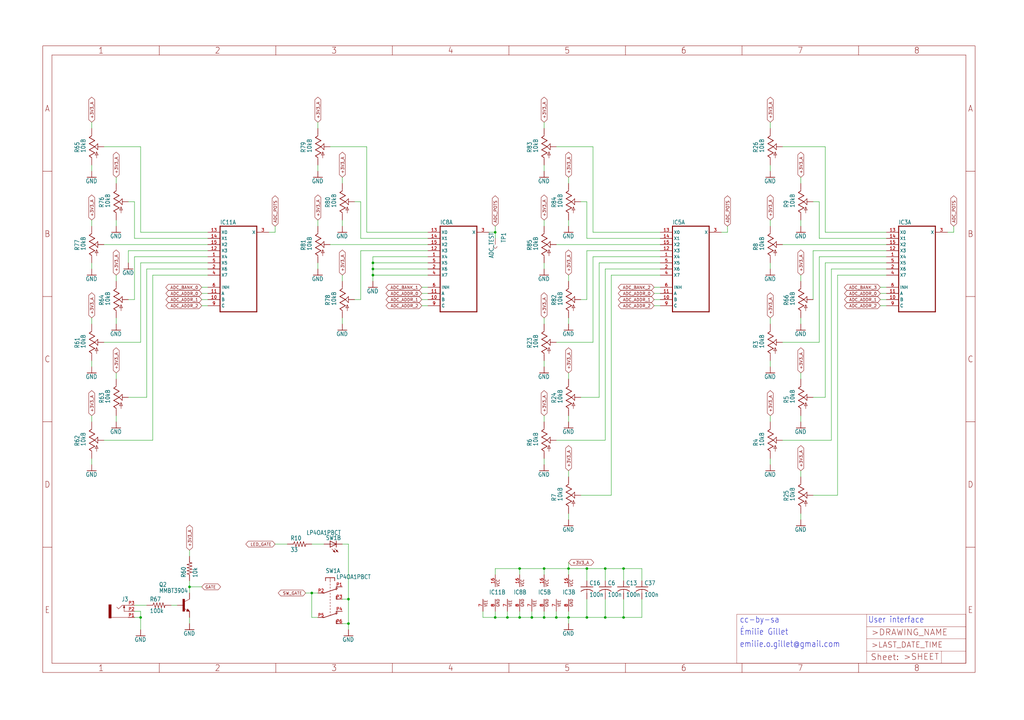
<source format=kicad_sch>
(kicad_sch (version 20230121) (generator eeschema)
  (paper "User" 425.45 299.161)
  (lib_symbols
    (symbol "elements_v02-eagle-import:-NPN-SOT23-BEC"
      (property "Reference" "T" (at -10.16 7.62 0))
      (property "Value" "-NPN-SOT23-BEC" (at -10.16 5.08 0))
      (symbol "-NPN-SOT23-BEC_1_0"
        (pin passive line (at -2.54 0 0) (length 2.54) (name "B") (number "B"))
        (pin passive line (at 2.54 5.08 270) (length 2.54) (name "C") (number "C"))
        (pin passive line (at 2.54 -5.08 90) (length 2.54) (name "E") (number "E"))
      )
    )
    (symbol "elements_v02-eagle-import:4051PW"
      (property "Reference" "IC" (at -2.54 -0.635 0))
      (symbol "4051PW_1_0"
        (pin bidirectional line (at -12.7 5.08 0) (length 5.08) (name "X4") (number "1"))
        (pin input line (at -12.7 -12.7 0) (length 5.08) (name "B") (number "10"))
        (pin input line (at -12.7 -10.16 0) (length 5.08) (name "A") (number "11"))
        (pin bidirectional line (at -12.7 7.62 0) (length 5.08) (name "X3") (number "12"))
        (pin bidirectional line (at -12.7 15.24 0) (length 5.08) (name "X0") (number "13"))
        (pin bidirectional line (at -12.7 12.7 0) (length 5.08) (name "X1") (number "14"))
        (pin bidirectional line (at -12.7 10.16 0) (length 5.08) (name "X2") (number "15"))
        (pin bidirectional line (at -12.7 0 0) (length 5.08) (name "X6") (number "2"))
        (pin bidirectional line (at 12.7 15.24 180) (length 5.08) (name "X") (number "3"))
        (pin bidirectional line (at -12.7 -2.54 0) (length 5.08) (name "X7") (number "4"))
        (pin bidirectional line (at -12.7 2.54 0) (length 5.08) (name "X5") (number "5"))
        (pin input line (at -12.7 -7.62 0) (length 5.08) (name "INH") (number "6"))
        (pin input line (at -12.7 -15.24 0) (length 5.08) (name "C") (number "9"))
      )
      (symbol "4051PW_2_0"
        (text "GND" (at 1.905 -5.842 900) (effects (font (size 1.27 1.0795)) (justify left bottom)))
        (text "VCC" (at 1.905 2.54 900) (effects (font (size 1.27 1.0795)) (justify left bottom)))
        (text "VEE" (at -3.175 -5.842 900) (effects (font (size 1.27 1.0795)) (justify left bottom)))
        (pin power_in line (at 0 7.62 270) (length 5.08) (name "VCC") (number "16"))
        (pin power_in line (at -5.08 -7.62 90) (length 5.08) (name "VEE") (number "7"))
        (pin power_in line (at 0 -7.62 90) (length 5.08) (name "GND") (number "8"))
      )
    )
    (symbol "elements_v02-eagle-import:A3L-LOC"
      (symbol "A3L-LOC_0_0"
        (text "1" (at 24.2094 1.905 0) (effects (font (size 2.54 2.286))))
        (text "1" (at 24.2094 258.445 0) (effects (font (size 2.54 2.286))))
        (text "2" (at 72.6281 1.905 0) (effects (font (size 2.54 2.286))))
        (text "2" (at 72.6281 258.445 0) (effects (font (size 2.54 2.286))))
        (text "3" (at 121.0469 1.905 0) (effects (font (size 2.54 2.286))))
        (text "3" (at 121.0469 258.445 0) (effects (font (size 2.54 2.286))))
        (text "4" (at 169.4656 1.905 0) (effects (font (size 2.54 2.286))))
        (text "4" (at 169.4656 258.445 0) (effects (font (size 2.54 2.286))))
        (text "5" (at 217.8844 1.905 0) (effects (font (size 2.54 2.286))))
        (text "5" (at 217.8844 258.445 0) (effects (font (size 2.54 2.286))))
        (text "6" (at 266.3031 1.905 0) (effects (font (size 2.54 2.286))))
        (text "6" (at 266.3031 258.445 0) (effects (font (size 2.54 2.286))))
        (text "7" (at 314.7219 1.905 0) (effects (font (size 2.54 2.286))))
        (text "7" (at 314.7219 258.445 0) (effects (font (size 2.54 2.286))))
        (text "8" (at 363.1406 1.905 0) (effects (font (size 2.54 2.286))))
        (text "8" (at 363.1406 258.445 0) (effects (font (size 2.54 2.286))))
        (text "A" (at 1.905 234.315 0) (effects (font (size 2.54 2.286))))
        (text "A" (at 385.445 234.315 0) (effects (font (size 2.54 2.286))))
        (text "B" (at 1.905 182.245 0) (effects (font (size 2.54 2.286))))
        (text "B" (at 385.445 182.245 0) (effects (font (size 2.54 2.286))))
        (text "C" (at 1.905 130.175 0) (effects (font (size 2.54 2.286))))
        (text "C" (at 385.445 130.175 0) (effects (font (size 2.54 2.286))))
        (text "D" (at 1.905 78.105 0) (effects (font (size 2.54 2.286))))
        (text "D" (at 385.445 78.105 0) (effects (font (size 2.54 2.286))))
        (text "E" (at 1.905 26.035 0) (effects (font (size 2.54 2.286))))
        (text "E" (at 385.445 26.035 0) (effects (font (size 2.54 2.286))))
      )
      (symbol "A3L-LOC_1_0"
        (text ">DRAWING_NAME" (at 344.17 15.24 0) (effects (font (size 2.54 2.54)) (justify left bottom)))
        (text ">LAST_DATE_TIME" (at 344.17 10.16 0) (effects (font (size 2.286 2.286)) (justify left bottom)))
        (text ">SHEET" (at 357.505 5.08 0) (effects (font (size 2.54 2.54)) (justify left bottom)))
        (text "Sheet:" (at 343.916 4.953 0) (effects (font (size 2.54 2.54)) (justify left bottom)))
      )
    )
    (symbol "elements_v02-eagle-import:C-USC0603"
      (property "Reference" "C" (at 1.016 0.635 0))
      (property "Value" "C-USC0603" (at 1.016 -4.191 0))
      (symbol "C-USC0603_1_0"
        (pin passive line (at 0 2.54 270) (length 2.54) (name "1") (number "1"))
        (pin passive line (at 0 -5.08 90) (length 2.54) (name "2") (number "2"))
      )
    )
    (symbol "elements_v02-eagle-import:GND" (power)
      (property "Value" "GND" (at -2.54 -2.54 0))
      (symbol "GND_1_0"
        (pin power_in line (at 0 2.54 270) (length 2.54) (name "GND") (number "1"))
      )
    )
    (symbol "elements_v02-eagle-import:LP4OA1PBCT"
      (property "Reference" "SW" (at 3.556 -2.032 90))
      (property "Value" "LP4OA1PBCT" (at 5.715 -2.032 90))
      (symbol "LP4OA1PBCT_1_0"
        (pin passive line (at -2.54 5.08 270) (length 2.54) (name "A1") (number "P1"))
        (pin passive line (at 0 -5.08 90) (length 2.54) (name "A2") (number "P2"))
        (pin passive line (at 2.54 5.08 270) (length 2.54) (name "A3") (number "P3"))
        (pin passive line (at 7.62 5.08 270) (length 2.54) (name "B1") (number "P4"))
        (pin passive line (at 10.16 -5.08 90) (length 2.54) (name "B2") (number "P5"))
        (pin passive line (at 12.7 5.08 270) (length 2.54) (name "B3") (number "P6"))
      )
      (symbol "LP4OA1PBCT_2_0"
        (pin passive line (at 0 5.08 270) (length 2.54) (name "L1") (number "L1"))
        (pin passive line (at 0 -2.54 90) (length 2.54) (name "L2") (number "L2"))
      )
    )
    (symbol "elements_v02-eagle-import:PJ301_THONKICONN6"
      (property "Reference" "J" (at -2.54 4.064 0))
      (symbol "PJ301_THONKICONN6_1_0"
        (pin passive line (at -5.08 -2.54 0) (length 2.54) (name "1") (number "P1"))
        (pin passive line (at -5.08 0 0) (length 2.54) (name "2") (number "P2"))
        (pin passive line (at -5.08 2.54 0) (length 2.54) (name "3") (number "P3"))
      )
    )
    (symbol "elements_v02-eagle-import:POT_USVERTICAL"
      (property "Reference" "R" (at -5.08 -2.54 90))
      (property "Value" "POT_USVERTICAL" (at -2.54 -2.54 90))
      (symbol "POT_USVERTICAL_1_0"
        (pin passive line (at 0 7.62 270) (length 2.54) (name "E") (number "P$1"))
        (pin passive line (at 5.08 0 180) (length 2.54) (name "S") (number "P$2"))
        (pin passive line (at 0 -7.62 90) (length 2.54) (name "A") (number "P$3"))
      )
    )
    (symbol "elements_v02-eagle-import:POT_USVERTICAL_PS"
      (property "Reference" "R" (at -5.08 -2.54 90))
      (property "Value" "POT_USVERTICAL_PS" (at -2.54 -2.54 90))
      (symbol "POT_USVERTICAL_PS_1_0"
        (pin passive line (at 0 7.62 270) (length 2.54) (name "E") (number "P$1"))
        (pin passive line (at 5.08 0 180) (length 2.54) (name "S") (number "P$2"))
        (pin passive line (at 0 -7.62 90) (length 2.54) (name "A") (number "P$3"))
      )
    )
    (symbol "elements_v02-eagle-import:R-US_R0603"
      (property "Reference" "R" (at -3.81 1.4986 0))
      (property "Value" "R-US_R0603" (at -3.81 -3.302 0))
      (symbol "R-US_R0603_1_0"
        (pin passive line (at -5.08 0 0) (length 2.54) (name "1") (number "1"))
        (pin passive line (at 5.08 0 180) (length 2.54) (name "2") (number "2"))
      )
    )
    (symbol "elements_v02-eagle-import:TEST-POINT3"
      (property "Reference" "TP" (at -2.54 2.54 0))
      (property "Value" "TEST-POINT3" (at -2.54 -2.54 0))
      (symbol "TEST-POINT3_1_0"
        (pin bidirectional line (at 0 0 180) (length 0) (name "1") (number "P$1"))
      )
    )
  )
  (junction (at 144.78 259.08))
  (junction (at 243.84 236.22))
  (junction (at 236.22 236.22))
  (junction (at 144.78 248.92))
  (junction (at 205.74 256.54))
  (junction (at 236.22 256.54))
  (junction (at 78.74 243.84))
  (junction (at 129.54 246.38))
  (junction (at 215.9 256.54))
  (junction (at 210.82 256.54))
  (junction (at 215.9 236.22))
  (junction (at 251.46 256.54))
  (junction (at 154.94 111.76))
  (junction (at 220.98 256.54))
  (junction (at 154.94 114.3))
  (junction (at 259.08 236.22))
  (junction (at 58.42 256.54))
  (junction (at 251.46 236.22))
  (junction (at 231.14 256.54))
  (junction (at 154.94 109.22))
  (junction (at 205.74 96.52))
  (junction (at 226.06 236.22))
  (junction (at 243.84 256.54))
  (junction (at 259.08 256.54))
  (junction (at 226.06 256.54))
  (wire (pts (xy 345.44 111.76) (xy 368.3 111.76)))
  (wire (pts (xy 325.12 182.88) (xy 345.44 182.88)))
  (wire (pts (xy 231.14 60.96) (xy 246.38 60.96)))
  (wire (pts (xy 132.08 109.22) (xy 132.08 111.76)))
  (wire (pts (xy 236.22 91.44) (xy 236.22 93.98)))
  (wire (pts (xy 43.18 142.24) (xy 58.42 142.24)))
  (wire (pts (xy 142.24 132.08) (xy 142.24 134.62)))
  (wire (pts (xy 60.96 111.76) (xy 86.36 111.76)))
  (wire (pts (xy 48.26 172.72) (xy 48.26 175.26)))
  (wire (pts (xy 236.22 132.08) (xy 236.22 134.62)))
  (wire (pts (xy 129.54 256.54) (xy 129.54 246.38)))
  (wire (pts (xy 342.9 60.96) (xy 342.9 96.52)))
  (wire (pts (xy 78.74 243.84) (xy 78.74 241.3)))
  (wire (pts (xy 368.3 121.92) (xy 365.76 121.92)))
  (wire (pts (xy 320.04 175.26) (xy 320.04 172.72)))
  (wire (pts (xy 220.98 254) (xy 220.98 256.54)))
  (wire (pts (xy 205.74 96.52) (xy 205.74 99.06)))
  (wire (pts (xy 147.32 124.46) (xy 149.86 124.46)))
  (wire (pts (xy 48.26 76.2) (xy 48.26 73.66)))
  (wire (pts (xy 274.32 119.38) (xy 271.78 119.38)))
  (wire (pts (xy 342.9 109.22) (xy 368.3 109.22)))
  (wire (pts (xy 142.24 259.08) (xy 144.78 259.08)))
  (wire (pts (xy 226.06 53.34) (xy 226.06 50.8)))
  (wire (pts (xy 48.26 132.08) (xy 48.26 134.62)))
  (wire (pts (xy 154.94 109.22) (xy 154.94 111.76)))
  (wire (pts (xy 236.22 236.22) (xy 236.22 233.68)))
  (wire (pts (xy 200.66 254) (xy 200.66 256.54)))
  (wire (pts (xy 53.34 104.14) (xy 53.34 109.22)))
  (wire (pts (xy 119.38 226.06) (xy 114.3 226.06)))
  (wire (pts (xy 78.74 246.38) (xy 78.74 243.84)))
  (wire (pts (xy 332.74 157.48) (xy 332.74 154.94)))
  (wire (pts (xy 58.42 60.96) (xy 58.42 96.52)))
  (wire (pts (xy 236.22 116.84) (xy 236.22 114.3)))
  (wire (pts (xy 246.38 142.24) (xy 246.38 106.68)))
  (wire (pts (xy 205.74 238.76) (xy 205.74 236.22)))
  (wire (pts (xy 320.04 93.98) (xy 320.04 91.44)))
  (wire (pts (xy 337.82 165.1) (xy 342.9 165.1)))
  (wire (pts (xy 154.94 114.3) (xy 154.94 116.84)))
  (wire (pts (xy 231.14 256.54) (xy 236.22 256.54)))
  (wire (pts (xy 215.9 254) (xy 215.9 256.54)))
  (wire (pts (xy 132.08 246.38) (xy 129.54 246.38)))
  (wire (pts (xy 320.04 109.22) (xy 320.04 111.76)))
  (wire (pts (xy 231.14 142.24) (xy 246.38 142.24)))
  (wire (pts (xy 226.06 149.86) (xy 226.06 152.4)))
  (wire (pts (xy 320.04 53.34) (xy 320.04 50.8)))
  (wire (pts (xy 177.8 121.92) (xy 175.26 121.92)))
  (wire (pts (xy 149.86 124.46) (xy 149.86 104.14)))
  (wire (pts (xy 205.74 236.22) (xy 215.9 236.22)))
  (wire (pts (xy 60.96 165.1) (xy 60.96 111.76)))
  (wire (pts (xy 142.24 116.84) (xy 142.24 114.3)))
  (wire (pts (xy 332.74 91.44) (xy 332.74 93.98)))
  (wire (pts (xy 236.22 254) (xy 236.22 256.54)))
  (wire (pts (xy 177.8 111.76) (xy 154.94 111.76)))
  (wire (pts (xy 114.3 96.52) (xy 114.3 93.98)))
  (wire (pts (xy 226.06 68.58) (xy 226.06 71.12)))
  (wire (pts (xy 55.88 254) (xy 58.42 254)))
  (wire (pts (xy 332.74 116.84) (xy 332.74 114.3)))
  (wire (pts (xy 154.94 111.76) (xy 154.94 114.3)))
  (wire (pts (xy 266.7 241.3) (xy 266.7 236.22)))
  (wire (pts (xy 246.38 60.96) (xy 246.38 96.52)))
  (wire (pts (xy 53.34 165.1) (xy 60.96 165.1)))
  (wire (pts (xy 132.08 93.98) (xy 132.08 91.44)))
  (wire (pts (xy 58.42 256.54) (xy 58.42 261.62)))
  (wire (pts (xy 259.08 256.54) (xy 266.7 256.54)))
  (wire (pts (xy 53.34 83.82) (xy 55.88 83.82)))
  (wire (pts (xy 86.36 119.38) (xy 83.82 119.38)))
  (wire (pts (xy 177.8 106.68) (xy 154.94 106.68)))
  (wire (pts (xy 71.12 251.46) (xy 73.66 251.46)))
  (wire (pts (xy 368.3 124.46) (xy 365.76 124.46)))
  (wire (pts (xy 144.78 259.08) (xy 144.78 261.62)))
  (wire (pts (xy 177.8 109.22) (xy 154.94 109.22)))
  (wire (pts (xy 248.92 165.1) (xy 248.92 109.22)))
  (wire (pts (xy 236.22 76.2) (xy 236.22 73.66)))
  (wire (pts (xy 205.74 96.52) (xy 205.74 93.98)))
  (wire (pts (xy 177.8 119.38) (xy 175.26 119.38)))
  (wire (pts (xy 226.06 190.5) (xy 226.06 193.04)))
  (wire (pts (xy 226.06 236.22) (xy 236.22 236.22)))
  (wire (pts (xy 38.1 93.98) (xy 38.1 91.44)))
  (wire (pts (xy 243.84 241.3) (xy 243.84 236.22)))
  (wire (pts (xy 86.36 104.14) (xy 53.34 104.14)))
  (wire (pts (xy 332.74 132.08) (xy 332.74 134.62)))
  (wire (pts (xy 43.18 101.6) (xy 86.36 101.6)))
  (wire (pts (xy 226.06 109.22) (xy 226.06 111.76)))
  (wire (pts (xy 251.46 241.3) (xy 251.46 236.22)))
  (wire (pts (xy 345.44 182.88) (xy 345.44 111.76)))
  (wire (pts (xy 302.26 96.52) (xy 302.26 93.98)))
  (wire (pts (xy 48.26 116.84) (xy 48.26 114.3)))
  (wire (pts (xy 241.3 124.46) (xy 243.84 124.46)))
  (wire (pts (xy 58.42 96.52) (xy 86.36 96.52)))
  (wire (pts (xy 236.22 157.48) (xy 236.22 154.94)))
  (wire (pts (xy 274.32 121.92) (xy 271.78 121.92)))
  (wire (pts (xy 243.84 99.06) (xy 274.32 99.06)))
  (wire (pts (xy 78.74 231.14) (xy 78.74 228.6)))
  (wire (pts (xy 340.36 99.06) (xy 368.3 99.06)))
  (wire (pts (xy 340.36 83.82) (xy 340.36 99.06)))
  (wire (pts (xy 274.32 124.46) (xy 271.78 124.46)))
  (wire (pts (xy 337.82 83.82) (xy 340.36 83.82)))
  (wire (pts (xy 226.06 254) (xy 226.06 256.54)))
  (wire (pts (xy 38.1 109.22) (xy 38.1 111.76)))
  (wire (pts (xy 144.78 248.92) (xy 144.78 259.08)))
  (wire (pts (xy 38.1 53.34) (xy 38.1 50.8)))
  (wire (pts (xy 259.08 236.22) (xy 266.7 236.22)))
  (wire (pts (xy 38.1 134.62) (xy 38.1 132.08)))
  (wire (pts (xy 43.18 182.88) (xy 63.5 182.88)))
  (wire (pts (xy 55.88 124.46) (xy 55.88 106.68)))
  (wire (pts (xy 251.46 236.22) (xy 259.08 236.22)))
  (wire (pts (xy 203.2 96.52) (xy 205.74 96.52)))
  (wire (pts (xy 236.22 238.76) (xy 236.22 236.22)))
  (wire (pts (xy 243.84 236.22) (xy 251.46 236.22)))
  (wire (pts (xy 393.7 96.52) (xy 396.24 96.52)))
  (wire (pts (xy 137.16 60.96) (xy 152.4 60.96)))
  (wire (pts (xy 236.22 198.12) (xy 236.22 195.58)))
  (wire (pts (xy 129.54 246.38) (xy 127 246.38)))
  (wire (pts (xy 368.3 127) (xy 365.76 127)))
  (wire (pts (xy 246.38 96.52) (xy 274.32 96.52)))
  (wire (pts (xy 259.08 248.92) (xy 259.08 256.54)))
  (wire (pts (xy 332.74 198.12) (xy 332.74 195.58)))
  (wire (pts (xy 55.88 83.82) (xy 55.88 99.06)))
  (wire (pts (xy 231.14 182.88) (xy 251.46 182.88)))
  (wire (pts (xy 142.24 76.2) (xy 142.24 73.66)))
  (wire (pts (xy 243.84 256.54) (xy 251.46 256.54)))
  (wire (pts (xy 243.84 124.46) (xy 243.84 104.14)))
  (wire (pts (xy 251.46 256.54) (xy 259.08 256.54)))
  (wire (pts (xy 58.42 142.24) (xy 58.42 109.22)))
  (wire (pts (xy 226.06 134.62) (xy 226.06 132.08)))
  (wire (pts (xy 58.42 109.22) (xy 86.36 109.22)))
  (wire (pts (xy 332.74 172.72) (xy 332.74 175.26)))
  (wire (pts (xy 337.82 205.74) (xy 347.98 205.74)))
  (wire (pts (xy 205.74 254) (xy 205.74 256.54)))
  (wire (pts (xy 236.22 172.72) (xy 236.22 175.26)))
  (wire (pts (xy 200.66 256.54) (xy 205.74 256.54)))
  (wire (pts (xy 236.22 256.54) (xy 243.84 256.54)))
  (wire (pts (xy 320.04 149.86) (xy 320.04 152.4)))
  (wire (pts (xy 246.38 106.68) (xy 274.32 106.68)))
  (wire (pts (xy 38.1 190.5) (xy 38.1 193.04)))
  (wire (pts (xy 243.84 248.92) (xy 243.84 256.54)))
  (wire (pts (xy 337.82 104.14) (xy 368.3 104.14)))
  (wire (pts (xy 254 114.3) (xy 274.32 114.3)))
  (wire (pts (xy 142.24 91.44) (xy 142.24 93.98)))
  (wire (pts (xy 152.4 96.52) (xy 177.8 96.52)))
  (wire (pts (xy 154.94 106.68) (xy 154.94 109.22)))
  (wire (pts (xy 137.16 101.6) (xy 177.8 101.6)))
  (wire (pts (xy 226.06 175.26) (xy 226.06 172.72)))
  (wire (pts (xy 149.86 99.06) (xy 177.8 99.06)))
  (wire (pts (xy 299.72 96.52) (xy 302.26 96.52)))
  (wire (pts (xy 340.36 106.68) (xy 368.3 106.68)))
  (wire (pts (xy 63.5 114.3) (xy 86.36 114.3)))
  (wire (pts (xy 241.3 83.82) (xy 243.84 83.82)))
  (wire (pts (xy 132.08 53.34) (xy 132.08 50.8)))
  (wire (pts (xy 55.88 256.54) (xy 58.42 256.54)))
  (wire (pts (xy 332.74 76.2) (xy 332.74 73.66)))
  (wire (pts (xy 38.1 149.86) (xy 38.1 152.4)))
  (wire (pts (xy 332.74 213.36) (xy 332.74 215.9)))
  (wire (pts (xy 243.84 104.14) (xy 274.32 104.14)))
  (wire (pts (xy 53.34 124.46) (xy 55.88 124.46)))
  (wire (pts (xy 38.1 68.58) (xy 38.1 71.12)))
  (wire (pts (xy 132.08 68.58) (xy 132.08 71.12)))
  (wire (pts (xy 347.98 205.74) (xy 347.98 114.3)))
  (wire (pts (xy 60.96 251.46) (xy 55.88 251.46)))
  (wire (pts (xy 132.08 256.54) (xy 129.54 256.54)))
  (wire (pts (xy 55.88 99.06) (xy 86.36 99.06)))
  (wire (pts (xy 215.9 236.22) (xy 226.06 236.22)))
  (wire (pts (xy 58.42 254) (xy 58.42 256.54)))
  (wire (pts (xy 226.06 93.98) (xy 226.06 91.44)))
  (wire (pts (xy 243.84 83.82) (xy 243.84 99.06)))
  (wire (pts (xy 325.12 142.24) (xy 340.36 142.24)))
  (wire (pts (xy 210.82 254) (xy 210.82 256.54)))
  (wire (pts (xy 231.14 101.6) (xy 274.32 101.6)))
  (wire (pts (xy 78.74 256.54) (xy 78.74 259.08)))
  (wire (pts (xy 149.86 104.14) (xy 177.8 104.14)))
  (wire (pts (xy 241.3 205.74) (xy 254 205.74)))
  (wire (pts (xy 251.46 111.76) (xy 274.32 111.76)))
  (wire (pts (xy 86.36 124.46) (xy 83.82 124.46)))
  (wire (pts (xy 337.82 124.46) (xy 337.82 104.14)))
  (wire (pts (xy 63.5 182.88) (xy 63.5 114.3)))
  (wire (pts (xy 43.18 60.96) (xy 58.42 60.96)))
  (wire (pts (xy 149.86 83.82) (xy 149.86 99.06)))
  (wire (pts (xy 144.78 226.06) (xy 144.78 248.92)))
  (wire (pts (xy 342.9 165.1) (xy 342.9 109.22)))
  (wire (pts (xy 320.04 68.58) (xy 320.04 71.12)))
  (wire (pts (xy 78.74 243.84) (xy 83.82 243.84)))
  (wire (pts (xy 259.08 241.3) (xy 259.08 236.22)))
  (wire (pts (xy 251.46 182.88) (xy 251.46 111.76)))
  (wire (pts (xy 368.3 119.38) (xy 365.76 119.38)))
  (wire (pts (xy 86.36 127) (xy 83.82 127)))
  (wire (pts (xy 220.98 256.54) (xy 226.06 256.54)))
  (wire (pts (xy 236.22 236.22) (xy 243.84 236.22)))
  (wire (pts (xy 142.24 226.06) (xy 144.78 226.06)))
  (wire (pts (xy 177.8 124.46) (xy 175.26 124.46)))
  (wire (pts (xy 236.22 213.36) (xy 236.22 215.9)))
  (wire (pts (xy 86.36 121.92) (xy 83.82 121.92)))
  (wire (pts (xy 147.32 83.82) (xy 149.86 83.82)))
  (wire (pts (xy 38.1 175.26) (xy 38.1 172.72)))
  (wire (pts (xy 111.76 96.52) (xy 114.3 96.52)))
  (wire (pts (xy 266.7 248.92) (xy 266.7 256.54)))
  (wire (pts (xy 236.22 256.54) (xy 236.22 259.08)))
  (wire (pts (xy 248.92 109.22) (xy 274.32 109.22)))
  (wire (pts (xy 320.04 134.62) (xy 320.04 132.08)))
  (wire (pts (xy 254 205.74) (xy 254 114.3)))
  (wire (pts (xy 210.82 256.54) (xy 215.9 256.54)))
  (wire (pts (xy 396.24 96.52) (xy 396.24 93.98)))
  (wire (pts (xy 215.9 238.76) (xy 215.9 236.22)))
  (wire (pts (xy 325.12 60.96) (xy 342.9 60.96)))
  (wire (pts (xy 142.24 248.92) (xy 144.78 248.92)))
  (wire (pts (xy 231.14 254) (xy 231.14 256.54)))
  (wire (pts (xy 55.88 106.68) (xy 86.36 106.68)))
  (wire (pts (xy 48.26 157.48) (xy 48.26 154.94)))
  (wire (pts (xy 320.04 190.5) (xy 320.04 193.04)))
  (wire (pts (xy 342.9 96.52) (xy 368.3 96.52)))
  (wire (pts (xy 226.06 256.54) (xy 231.14 256.54)))
  (wire (pts (xy 226.06 238.76) (xy 226.06 236.22)))
  (wire (pts (xy 241.3 165.1) (xy 248.92 165.1)))
  (wire (pts (xy 274.32 127) (xy 271.78 127)))
  (wire (pts (xy 251.46 248.92) (xy 251.46 256.54)))
  (wire (pts (xy 325.12 101.6) (xy 368.3 101.6)))
  (wire (pts (xy 215.9 256.54) (xy 220.98 256.54)))
  (wire (pts (xy 347.98 114.3) (xy 368.3 114.3)))
  (wire (pts (xy 48.26 91.44) (xy 48.26 93.98)))
  (wire (pts (xy 152.4 60.96) (xy 152.4 96.52)))
  (wire (pts (xy 205.74 256.54) (xy 210.82 256.54)))
  (wire (pts (xy 340.36 142.24) (xy 340.36 106.68)))
  (wire (pts (xy 177.8 114.3) (xy 154.94 114.3)))
  (wire (pts (xy 129.54 226.06) (xy 134.62 226.06)))
  (wire (pts (xy 177.8 127) (xy 175.26 127)))
  (text "User interface" (at 360.68 259.08 0) (effects (font (size 2.54 2.159)) (justify left bottom)))
  (text "cc-by-sa" (at 307.34 259.08 0) (effects (font (size 2.54 2.159)) (justify left bottom)))
  (text "emilie.o.gillet@gmail.com" (at 307.34 269.24 0) (effects (font (size 2.54 2.159)) (justify left bottom)))
  (text "Émilie Gillet" (at 307.34 264.16 0) (effects (font (size 2.54 2.159)) (justify left bottom)))
  (global_label "ADC_ADDR_0" (shape bidirectional) (at 83.82 121.92 180) (effects (font (size 1.2446 1.2446))) (property "Intersheetrefs" "${INTERSHEET_REFS}" (effects hide)))
  (global_label "ADC_ADDR_0" (shape bidirectional) (at 175.26 121.92 180) (effects (font (size 1.2446 1.2446))) (property "Intersheetrefs" "${INTERSHEET_REFS}" (effects hide)))
  (global_label "+3V3_A" (shape bidirectional) (at 226.06 172.72 90) (effects (font (size 1.2446 1.2446))) (property "Intersheetrefs" "${INTERSHEET_REFS}" (effects hide)))
  (global_label "+3V3_A" (shape bidirectional) (at 48.26 154.94 90) (effects (font (size 1.2446 1.2446))) (property "Intersheetrefs" "${INTERSHEET_REFS}" (effects hide)))
  (global_label "+3V3_A" (shape bidirectional) (at 320.04 50.8 90) (effects (font (size 1.2446 1.2446))) (property "Intersheetrefs" "${INTERSHEET_REFS}" (effects hide)))
  (global_label "+3V3_A" (shape bidirectional) (at 38.1 132.08 90) (effects (font (size 1.2446 1.2446))) (property "Intersheetrefs" "${INTERSHEET_REFS}" (effects hide)))
  (global_label "GATE" (shape bidirectional) (at 83.82 243.84 0) (effects (font (size 1.2446 1.2446))) (property "Intersheetrefs" "${INTERSHEET_REFS}" (effects hide)))
  (global_label "ADC_ADDR_2" (shape bidirectional) (at 365.76 127 180) (effects (font (size 1.2446 1.2446))) (property "Intersheetrefs" "${INTERSHEET_REFS}" (effects hide)))
  (global_label "+3V3_A" (shape bidirectional) (at 38.1 50.8 90) (effects (font (size 1.2446 1.2446))) (property "Intersheetrefs" "${INTERSHEET_REFS}" (effects hide)))
  (global_label "ADC_ADDR_1" (shape bidirectional) (at 83.82 124.46 180) (effects (font (size 1.2446 1.2446))) (property "Intersheetrefs" "${INTERSHEET_REFS}" (effects hide)))
  (global_label "+3V3_A" (shape bidirectional) (at 38.1 91.44 90) (effects (font (size 1.2446 1.2446))) (property "Intersheetrefs" "${INTERSHEET_REFS}" (effects hide)))
  (global_label "+3V3_A" (shape bidirectional) (at 236.22 154.94 90) (effects (font (size 1.2446 1.2446))) (property "Intersheetrefs" "${INTERSHEET_REFS}" (effects hide)))
  (global_label "+3V3_A" (shape bidirectional) (at 142.24 73.66 90) (effects (font (size 1.2446 1.2446))) (property "Intersheetrefs" "${INTERSHEET_REFS}" (effects hide)))
  (global_label "+3V3_A" (shape bidirectional) (at 48.26 73.66 90) (effects (font (size 1.2446 1.2446))) (property "Intersheetrefs" "${INTERSHEET_REFS}" (effects hide)))
  (global_label "+3V3_A" (shape bidirectional) (at 142.24 114.3 90) (effects (font (size 1.2446 1.2446))) (property "Intersheetrefs" "${INTERSHEET_REFS}" (effects hide)))
  (global_label "ADC_ADDR_1" (shape bidirectional) (at 365.76 124.46 180) (effects (font (size 1.2446 1.2446))) (property "Intersheetrefs" "${INTERSHEET_REFS}" (effects hide)))
  (global_label "ADC_BANK_1" (shape bidirectional) (at 175.26 119.38 180) (effects (font (size 1.2446 1.2446))) (property "Intersheetrefs" "${INTERSHEET_REFS}" (effects hide)))
  (global_label "ADC_ADDR_0" (shape bidirectional) (at 365.76 121.92 180) (effects (font (size 1.2446 1.2446))) (property "Intersheetrefs" "${INTERSHEET_REFS}" (effects hide)))
  (global_label "+3V3_A" (shape bidirectional) (at 226.06 91.44 90) (effects (font (size 1.2446 1.2446))) (property "Intersheetrefs" "${INTERSHEET_REFS}" (effects hide)))
  (global_label "ADC_ADDR_2" (shape bidirectional) (at 175.26 127 180) (effects (font (size 1.2446 1.2446))) (property "Intersheetrefs" "${INTERSHEET_REFS}" (effects hide)))
  (global_label "+3V3_A" (shape bidirectional) (at 236.22 233.68 0) (effects (font (size 1.2446 1.2446))) (property "Intersheetrefs" "${INTERSHEET_REFS}" (effects hide)))
  (global_label "+3V3_A" (shape bidirectional) (at 78.74 228.6 90) (effects (font (size 1.2446 1.2446))) (property "Intersheetrefs" "${INTERSHEET_REFS}" (effects hide)))
  (global_label "+3V3_A" (shape bidirectional) (at 320.04 91.44 90) (effects (font (size 1.2446 1.2446))) (property "Intersheetrefs" "${INTERSHEET_REFS}" (effects hide)))
  (global_label "+3V3_A" (shape bidirectional) (at 236.22 73.66 90) (effects (font (size 1.2446 1.2446))) (property "Intersheetrefs" "${INTERSHEET_REFS}" (effects hide)))
  (global_label "ADC_POTS" (shape bidirectional) (at 396.24 93.98 90) (effects (font (size 1.2446 1.2446))) (property "Intersheetrefs" "${INTERSHEET_REFS}" (effects hide)))
  (global_label "+3V3_A" (shape bidirectional) (at 132.08 91.44 90) (effects (font (size 1.2446 1.2446))) (property "Intersheetrefs" "${INTERSHEET_REFS}" (effects hide)))
  (global_label "+3V3_A" (shape bidirectional) (at 332.74 154.94 90) (effects (font (size 1.2446 1.2446))) (property "Intersheetrefs" "${INTERSHEET_REFS}" (effects hide)))
  (global_label "ADC_POTS" (shape bidirectional) (at 302.26 93.98 90) (effects (font (size 1.2446 1.2446))) (property "Intersheetrefs" "${INTERSHEET_REFS}" (effects hide)))
  (global_label "ADC_POTS" (shape bidirectional) (at 114.3 93.98 90) (effects (font (size 1.2446 1.2446))) (property "Intersheetrefs" "${INTERSHEET_REFS}" (effects hide)))
  (global_label "+3V3_A" (shape bidirectional) (at 48.26 114.3 90) (effects (font (size 1.2446 1.2446))) (property "Intersheetrefs" "${INTERSHEET_REFS}" (effects hide)))
  (global_label "+3V3_A" (shape bidirectional) (at 38.1 172.72 90) (effects (font (size 1.2446 1.2446))) (property "Intersheetrefs" "${INTERSHEET_REFS}" (effects hide)))
  (global_label "+3V3_A" (shape bidirectional) (at 320.04 132.08 90) (effects (font (size 1.2446 1.2446))) (property "Intersheetrefs" "${INTERSHEET_REFS}" (effects hide)))
  (global_label "+3V3_A" (shape bidirectional) (at 226.06 50.8 90) (effects (font (size 1.2446 1.2446))) (property "Intersheetrefs" "${INTERSHEET_REFS}" (effects hide)))
  (global_label "ADC_ADDR_1" (shape bidirectional) (at 175.26 124.46 180) (effects (font (size 1.2446 1.2446))) (property "Intersheetrefs" "${INTERSHEET_REFS}" (effects hide)))
  (global_label "+3V3_A" (shape bidirectional) (at 132.08 50.8 90) (effects (font (size 1.2446 1.2446))) (property "Intersheetrefs" "${INTERSHEET_REFS}" (effects hide)))
  (global_label "+3V3_A" (shape bidirectional) (at 320.04 172.72 90) (effects (font (size 1.2446 1.2446))) (property "Intersheetrefs" "${INTERSHEET_REFS}" (effects hide)))
  (global_label "ADC_BANK_0" (shape bidirectional) (at 83.82 119.38 180) (effects (font (size 1.2446 1.2446))) (property "Intersheetrefs" "${INTERSHEET_REFS}" (effects hide)))
  (global_label "ADC_ADDR_2" (shape bidirectional) (at 271.78 127 180) (effects (font (size 1.2446 1.2446))) (property "Intersheetrefs" "${INTERSHEET_REFS}" (effects hide)))
  (global_label "+3V3_A" (shape bidirectional) (at 226.06 132.08 90) (effects (font (size 1.2446 1.2446))) (property "Intersheetrefs" "${INTERSHEET_REFS}" (effects hide)))
  (global_label "ADC_BANK_2" (shape bidirectional) (at 271.78 119.38 180) (effects (font (size 1.2446 1.2446))) (property "Intersheetrefs" "${INTERSHEET_REFS}" (effects hide)))
  (global_label "ADC_ADDR_2" (shape bidirectional) (at 83.82 127 180) (effects (font (size 1.2446 1.2446))) (property "Intersheetrefs" "${INTERSHEET_REFS}" (effects hide)))
  (global_label "+3V3_A" (shape bidirectional) (at 236.22 195.58 90) (effects (font (size 1.2446 1.2446))) (property "Intersheetrefs" "${INTERSHEET_REFS}" (effects hide)))
  (global_label "ADC_ADDR_1" (shape bidirectional) (at 271.78 124.46 180) (effects (font (size 1.2446 1.2446))) (property "Intersheetrefs" "${INTERSHEET_REFS}" (effects hide)))
  (global_label "ADC_POTS" (shape bidirectional) (at 205.74 93.98 90) (effects (font (size 1.2446 1.2446))) (property "Intersheetrefs" "${INTERSHEET_REFS}" (effects hide)))
  (global_label "+3V3_A" (shape bidirectional) (at 332.74 195.58 90) (effects (font (size 1.2446 1.2446))) (property "Intersheetrefs" "${INTERSHEET_REFS}" (effects hide)))
  (global_label "ADC_ADDR_0" (shape bidirectional) (at 271.78 121.92 180) (effects (font (size 1.2446 1.2446))) (property "Intersheetrefs" "${INTERSHEET_REFS}" (effects hide)))
  (global_label "SW_GATE" (shape bidirectional) (at 127 246.38 180) (effects (font (size 1.2446 1.2446))) (property "Intersheetrefs" "${INTERSHEET_REFS}" (effects hide)))
  (global_label "+3V3_A" (shape bidirectional) (at 332.74 114.3 90) (effects (font (size 1.2446 1.2446))) (property "Intersheetrefs" "${INTERSHEET_REFS}" (effects hide)))
  (global_label "+3V3_A" (shape bidirectional) (at 332.74 73.66 90) (effects (font (size 1.2446 1.2446))) (property "Intersheetrefs" "${INTERSHEET_REFS}" (effects hide)))
  (global_label "ADC_BANK_3" (shape bidirectional) (at 365.76 119.38 180) (effects (font (size 1.2446 1.2446))) (property "Intersheetrefs" "${INTERSHEET_REFS}" (effects hide)))
  (global_label "LED_GATE" (shape bidirectional) (at 114.3 226.06 180) (effects (font (size 1.2446 1.2446))) (property "Intersheetrefs" "${INTERSHEET_REFS}" (effects hide)))
  (global_label "+3V3_A" (shape bidirectional) (at 236.22 114.3 90) (effects (font (size 1.2446 1.2446))) (property "Intersheetrefs" "${INTERSHEET_REFS}" (effects hide)))
  (symbol (lib_id "elements_v02-eagle-import:POT_USVERTICAL_PS") (at 48.26 124.46 0) (unit 1)
    (property "Reference" "R64" (at 43.18 127 90) (effects (font (size 1.778 1.5113)) (justify left bottom)))
    (property "Value" "10kB" (at 45.72 127 90) (effects (font (size 1.778 1.5113)) (justify left bottom)))
    (property "Footprint" "elements_v02:ALPS_POT_VERTICAL_PS" (effects hide))
  )
  (symbol (lib_id "elements_v02-eagle-import:GND") (at 236.22 96.52 0) (unit 1)
    (property "Reference" "#GND85" (effects hide))
    (property "Value" "GND" (at 233.68 99.06 0) (effects (font (size 1.778 1.5113)) (justify left bottom)))
    (property "Footprint" "elements_v02:" (effects hide))
  )
  (symbol (lib_id "elements_v02-eagle-import:POT_USVERTICAL") (at 38.1 101.6 0) (unit 1)
    (property "Reference" "R77" (at 33.02 104.14 90) (effects (font (size 1.778 1.5113)) (justify left bottom)))
    (property "Value" "10kB" (at 35.56 104.14 90) (effects (font (size 1.778 1.5113)) (justify left bottom)))
    (property "Footprint" "elements_v02:ALPS_POT_VERTICAL" (effects hide))
  )
  (symbol (lib_id "elements_v02-eagle-import:GND") (at 320.04 114.3 0) (unit 1)
    (property "Reference" "#GND90" (effects hide))
    (property "Value" "GND" (at 317.5 116.84 0) (effects (font (size 1.778 1.5113)) (justify left bottom)))
    (property "Footprint" "elements_v02:" (effects hide))
  )
  (symbol (lib_id "elements_v02-eagle-import:POT_USVERTICAL_PS") (at 38.1 142.24 0) (unit 1)
    (property "Reference" "R61" (at 33.02 144.78 90) (effects (font (size 1.778 1.5113)) (justify left bottom)))
    (property "Value" "10kB" (at 35.56 144.78 90) (effects (font (size 1.778 1.5113)) (justify left bottom)))
    (property "Footprint" "elements_v02:ALPS_POT_VERTICAL_PS" (effects hide))
  )
  (symbol (lib_id "elements_v02-eagle-import:4051PW") (at 205.74 246.38 0) (unit 2)
    (property "Reference" "IC11" (at 203.2 247.015 0) (effects (font (size 1.778 1.5113)) (justify left bottom)))
    (property "Value" "4051PW" (effects hide))
    (property "Footprint" "elements_v02:TSSOP16" (effects hide))
  )
  (symbol (lib_id "elements_v02-eagle-import:POT_USVERTICAL") (at 226.06 101.6 0) (unit 1)
    (property "Reference" "R85" (at 220.98 104.14 90) (effects (font (size 1.778 1.5113)) (justify left bottom)))
    (property "Value" "10kB" (at 223.52 104.14 90) (effects (font (size 1.778 1.5113)) (justify left bottom)))
    (property "Footprint" "elements_v02:ALPS_POT_VERTICAL" (effects hide))
  )
  (symbol (lib_id "elements_v02-eagle-import:POT_USVERTICAL_PS") (at 332.74 124.46 0) (unit 1)
    (property "Reference" "R66" (at 327.66 127 90) (effects (font (size 1.778 1.5113)) (justify left bottom)))
    (property "Value" "10kB" (at 330.2 127 90) (effects (font (size 1.778 1.5113)) (justify left bottom)))
    (property "Footprint" "elements_v02:ALPS_POT_VERTICAL_PS" (effects hide))
  )
  (symbol (lib_id "elements_v02-eagle-import:POT_USVERTICAL_PS") (at 320.04 101.6 0) (unit 1)
    (property "Reference" "R8" (at 314.96 104.14 90) (effects (font (size 1.778 1.5113)) (justify left bottom)))
    (property "Value" "10kB" (at 317.5 104.14 90) (effects (font (size 1.778 1.5113)) (justify left bottom)))
    (property "Footprint" "elements_v02:ALPS_POT_VERTICAL_PS" (effects hide))
  )
  (symbol (lib_id "elements_v02-eagle-import:C-USC0603") (at 266.7 243.84 0) (unit 1)
    (property "Reference" "C37" (at 267.716 243.205 0) (effects (font (size 1.778 1.5113)) (justify left bottom)))
    (property "Value" "100n" (at 267.716 248.031 0) (effects (font (size 1.778 1.5113)) (justify left bottom)))
    (property "Footprint" "elements_v02:C0603" (effects hide))
  )
  (symbol (lib_id "elements_v02-eagle-import:4051PW") (at 215.9 246.38 0) (unit 2)
    (property "Reference" "IC8" (at 213.36 247.015 0) (effects (font (size 1.778 1.5113)) (justify left bottom)))
    (property "Value" "4051PW" (effects hide))
    (property "Footprint" "elements_v02:TSSOP16" (effects hide))
  )
  (symbol (lib_id "elements_v02-eagle-import:R-US_R0603") (at 66.04 251.46 0) (unit 1)
    (property "Reference" "R67" (at 62.23 249.9614 0) (effects (font (size 1.778 1.5113)) (justify left bottom)))
    (property "Value" "100k" (at 62.23 254.762 0) (effects (font (size 1.778 1.5113)) (justify left bottom)))
    (property "Footprint" "elements_v02:R0603" (effects hide))
  )
  (symbol (lib_id "elements_v02-eagle-import:GND") (at 132.08 73.66 0) (unit 1)
    (property "Reference" "#GND78" (effects hide))
    (property "Value" "GND" (at 129.54 76.2 0) (effects (font (size 1.778 1.5113)) (justify left bottom)))
    (property "Footprint" "elements_v02:" (effects hide))
  )
  (symbol (lib_id "elements_v02-eagle-import:4051PW") (at 190.5 111.76 0) (unit 1)
    (property "Reference" "IC8" (at 182.88 93.345 0) (effects (font (size 1.778 1.5113)) (justify left bottom)))
    (property "Value" "4051PW" (effects hide))
    (property "Footprint" "elements_v02:TSSOP16" (effects hide))
  )
  (symbol (lib_id "elements_v02-eagle-import:GND") (at 58.42 264.16 0) (unit 1)
    (property "Reference" "#GND10" (effects hide))
    (property "Value" "GND" (at 55.88 266.7 0) (effects (font (size 1.778 1.5113)) (justify left bottom)))
    (property "Footprint" "elements_v02:" (effects hide))
  )
  (symbol (lib_id "elements_v02-eagle-import:POT_USVERTICAL_PS") (at 332.74 83.82 0) (unit 1)
    (property "Reference" "R9" (at 327.66 86.36 90) (effects (font (size 1.778 1.5113)) (justify left bottom)))
    (property "Value" "10kB" (at 330.2 86.36 90) (effects (font (size 1.778 1.5113)) (justify left bottom)))
    (property "Footprint" "elements_v02:ALPS_POT_VERTICAL_PS" (effects hide))
  )
  (symbol (lib_id "elements_v02-eagle-import:GND") (at 142.24 137.16 0) (unit 1)
    (property "Reference" "#GND60" (effects hide))
    (property "Value" "GND" (at 139.7 139.7 0) (effects (font (size 1.778 1.5113)) (justify left bottom)))
    (property "Footprint" "elements_v02:" (effects hide))
  )
  (symbol (lib_id "elements_v02-eagle-import:POT_USVERTICAL") (at 142.24 124.46 0) (unit 1)
    (property "Reference" "R78" (at 137.16 127 90) (effects (font (size 1.778 1.5113)) (justify left bottom)))
    (property "Value" "10kB" (at 139.7 127 90) (effects (font (size 1.778 1.5113)) (justify left bottom)))
    (property "Footprint" "elements_v02:ALPS_POT_VERTICAL" (effects hide))
  )
  (symbol (lib_id "elements_v02-eagle-import:GND") (at 154.94 119.38 0) (unit 1)
    (property "Reference" "#GND99" (effects hide))
    (property "Value" "GND" (at 152.4 121.92 0) (effects (font (size 1.778 1.5113)) (justify left bottom)))
    (property "Footprint" "elements_v02:" (effects hide))
  )
  (symbol (lib_id "elements_v02-eagle-import:POT_USVERTICAL_PS") (at 320.04 182.88 0) (unit 1)
    (property "Reference" "R4" (at 314.96 185.42 90) (effects (font (size 1.778 1.5113)) (justify left bottom)))
    (property "Value" "10kB" (at 317.5 185.42 90) (effects (font (size 1.778 1.5113)) (justify left bottom)))
    (property "Footprint" "elements_v02:ALPS_POT_VERTICAL_PS" (effects hide))
  )
  (symbol (lib_id "elements_v02-eagle-import:POT_USVERTICAL") (at 236.22 124.46 0) (unit 1)
    (property "Reference" "R82" (at 231.14 127 90) (effects (font (size 1.778 1.5113)) (justify left bottom)))
    (property "Value" "10kB" (at 233.68 127 90) (effects (font (size 1.778 1.5113)) (justify left bottom)))
    (property "Footprint" "elements_v02:ALPS_POT_VERTICAL" (effects hide))
  )
  (symbol (lib_id "elements_v02-eagle-import:4051PW") (at 226.06 246.38 0) (unit 2)
    (property "Reference" "IC5" (at 223.52 247.015 0) (effects (font (size 1.778 1.5113)) (justify left bottom)))
    (property "Value" "4051PW" (effects hide))
    (property "Footprint" "elements_v02:TSSOP16" (effects hide))
  )
  (symbol (lib_id "elements_v02-eagle-import:GND") (at 38.1 154.94 0) (unit 1)
    (property "Reference" "#GND12" (effects hide))
    (property "Value" "GND" (at 35.56 157.48 0) (effects (font (size 1.778 1.5113)) (justify left bottom)))
    (property "Footprint" "elements_v02:" (effects hide))
  )
  (symbol (lib_id "elements_v02-eagle-import:GND") (at 320.04 154.94 0) (unit 1)
    (property "Reference" "#GND97" (effects hide))
    (property "Value" "GND" (at 317.5 157.48 0) (effects (font (size 1.778 1.5113)) (justify left bottom)))
    (property "Footprint" "elements_v02:" (effects hide))
  )
  (symbol (lib_id "elements_v02-eagle-import:GND") (at 332.74 218.44 0) (unit 1)
    (property "Reference" "#GND96" (effects hide))
    (property "Value" "GND" (at 330.2 220.98 0) (effects (font (size 1.778 1.5113)) (justify left bottom)))
    (property "Footprint" "elements_v02:" (effects hide))
  )
  (symbol (lib_id "elements_v02-eagle-import:GND") (at 48.26 137.16 0) (unit 1)
    (property "Reference" "#GND80" (effects hide))
    (property "Value" "GND" (at 45.72 139.7 0) (effects (font (size 1.778 1.5113)) (justify left bottom)))
    (property "Footprint" "elements_v02:" (effects hide))
  )
  (symbol (lib_id "elements_v02-eagle-import:POT_USVERTICAL_PS") (at 38.1 60.96 0) (unit 1)
    (property "Reference" "R65" (at 33.02 63.5 90) (effects (font (size 1.778 1.5113)) (justify left bottom)))
    (property "Value" "10kB" (at 35.56 63.5 90) (effects (font (size 1.778 1.5113)) (justify left bottom)))
    (property "Footprint" "elements_v02:ALPS_POT_VERTICAL_PS" (effects hide))
  )
  (symbol (lib_id "elements_v02-eagle-import:4051PW") (at 236.22 246.38 0) (unit 2)
    (property "Reference" "IC3" (at 233.68 247.015 0) (effects (font (size 1.778 1.5113)) (justify left bottom)))
    (property "Value" "4051PW" (effects hide))
    (property "Footprint" "elements_v02:TSSOP16" (effects hide))
  )
  (symbol (lib_id "elements_v02-eagle-import:4051PW") (at 99.06 111.76 0) (unit 1)
    (property "Reference" "IC11" (at 91.44 93.345 0) (effects (font (size 1.778 1.5113)) (justify left bottom)))
    (property "Value" "4051PW" (effects hide))
    (property "Footprint" "elements_v02:TSSOP16" (effects hide))
  )
  (symbol (lib_id "elements_v02-eagle-import:GND") (at 38.1 114.3 0) (unit 1)
    (property "Reference" "#GND54" (effects hide))
    (property "Value" "GND" (at 35.56 116.84 0) (effects (font (size 1.778 1.5113)) (justify left bottom)))
    (property "Footprint" "elements_v02:" (effects hide))
  )
  (symbol (lib_id "elements_v02-eagle-import:GND") (at 226.06 114.3 0) (unit 1)
    (property "Reference" "#GND87" (effects hide))
    (property "Value" "GND" (at 223.52 116.84 0) (effects (font (size 1.778 1.5113)) (justify left bottom)))
    (property "Footprint" "elements_v02:" (effects hide))
  )
  (symbol (lib_id "elements_v02-eagle-import:POT_USVERTICAL_PS") (at 320.04 142.24 0) (unit 1)
    (property "Reference" "R3" (at 314.96 144.78 90) (effects (font (size 1.778 1.5113)) (justify left bottom)))
    (property "Value" "10kB" (at 317.5 144.78 90) (effects (font (size 1.778 1.5113)) (justify left bottom)))
    (property "Footprint" "elements_v02:ALPS_POT_VERTICAL_PS" (effects hide))
  )
  (symbol (lib_id "elements_v02-eagle-import:POT_USVERTICAL_PS") (at 320.04 60.96 0) (unit 1)
    (property "Reference" "R26" (at 314.96 63.5 90) (effects (font (size 1.778 1.5113)) (justify left bottom)))
    (property "Value" "10kB" (at 317.5 63.5 90) (effects (font (size 1.778 1.5113)) (justify left bottom)))
    (property "Footprint" "elements_v02:ALPS_POT_VERTICAL_PS" (effects hide))
  )
  (symbol (lib_id "elements_v02-eagle-import:GND") (at 142.24 96.52 0) (unit 1)
    (property "Reference" "#GND79" (effects hide))
    (property "Value" "GND" (at 139.7 99.06 0) (effects (font (size 1.778 1.5113)) (justify left bottom)))
    (property "Footprint" "elements_v02:" (effects hide))
  )
  (symbol (lib_id "elements_v02-eagle-import:GND") (at 48.26 177.8 0) (unit 1)
    (property "Reference" "#GND49" (effects hide))
    (property "Value" "GND" (at 45.72 180.34 0) (effects (font (size 1.778 1.5113)) (justify left bottom)))
    (property "Footprint" "elements_v02:" (effects hide))
  )
  (symbol (lib_id "elements_v02-eagle-import:GND") (at 48.26 96.52 0) (unit 1)
    (property "Reference" "#GND51" (effects hide))
    (property "Value" "GND" (at 45.72 99.06 0) (effects (font (size 1.778 1.5113)) (justify left bottom)))
    (property "Footprint" "elements_v02:" (effects hide))
  )
  (symbol (lib_id "elements_v02-eagle-import:POT_USVERTICAL") (at 226.06 60.96 0) (unit 1)
    (property "Reference" "R83" (at 220.98 63.5 90) (effects (font (size 1.778 1.5113)) (justify left bottom)))
    (property "Value" "10kB" (at 223.52 63.5 90) (effects (font (size 1.778 1.5113)) (justify left bottom)))
    (property "Footprint" "elements_v02:ALPS_POT_VERTICAL" (effects hide))
  )
  (symbol (lib_id "elements_v02-eagle-import:POT_USVERTICAL_PS") (at 236.22 165.1 0) (unit 1)
    (property "Reference" "R24" (at 231.14 167.64 90) (effects (font (size 1.778 1.5113)) (justify left bottom)))
    (property "Value" "10kB" (at 233.68 167.64 90) (effects (font (size 1.778 1.5113)) (justify left bottom)))
    (property "Footprint" "elements_v02:ALPS_POT_VERTICAL_PS" (effects hide))
  )
  (symbol (lib_id "elements_v02-eagle-import:GND") (at 38.1 195.58 0) (unit 1)
    (property "Reference" "#GND14" (effects hide))
    (property "Value" "GND" (at 35.56 198.12 0) (effects (font (size 1.778 1.5113)) (justify left bottom)))
    (property "Footprint" "elements_v02:" (effects hide))
  )
  (symbol (lib_id "elements_v02-eagle-import:GND") (at 236.22 177.8 0) (unit 1)
    (property "Reference" "#GND93" (effects hide))
    (property "Value" "GND" (at 233.68 180.34 0) (effects (font (size 1.778 1.5113)) (justify left bottom)))
    (property "Footprint" "elements_v02:" (effects hide))
  )
  (symbol (lib_id "elements_v02-eagle-import:POT_USVERTICAL_PS") (at 48.26 165.1 0) (unit 1)
    (property "Reference" "R63" (at 43.18 167.64 90) (effects (font (size 1.778 1.5113)) (justify left bottom)))
    (property "Value" "10kB" (at 45.72 167.64 90) (effects (font (size 1.778 1.5113)) (justify left bottom)))
    (property "Footprint" "elements_v02:ALPS_POT_VERTICAL_PS" (effects hide))
  )
  (symbol (lib_id "elements_v02-eagle-import:R-US_R0603") (at 124.46 226.06 0) (unit 1)
    (property "Reference" "R10" (at 120.65 224.5614 0) (effects (font (size 1.778 1.5113)) (justify left bottom)))
    (property "Value" "33" (at 120.65 229.362 0) (effects (font (size 1.778 1.5113)) (justify left bottom)))
    (property "Footprint" "elements_v02:R0603" (effects hide))
  )
  (symbol (lib_id "elements_v02-eagle-import:GND") (at 320.04 73.66 0) (unit 1)
    (property "Reference" "#GND88" (effects hide))
    (property "Value" "GND" (at 317.5 76.2 0) (effects (font (size 1.778 1.5113)) (justify left bottom)))
    (property "Footprint" "elements_v02:" (effects hide))
  )
  (symbol (lib_id "elements_v02-eagle-import:C-USC0603") (at 259.08 243.84 0) (unit 1)
    (property "Reference" "C13" (at 260.096 243.205 0) (effects (font (size 1.778 1.5113)) (justify left bottom)))
    (property "Value" "100n" (at 260.096 248.031 0) (effects (font (size 1.778 1.5113)) (justify left bottom)))
    (property "Footprint" "elements_v02:C0603" (effects hide))
  )
  (symbol (lib_id "elements_v02-eagle-import:GND") (at 332.74 137.16 0) (unit 1)
    (property "Reference" "#GND81" (effects hide))
    (property "Value" "GND" (at 330.2 139.7 0) (effects (font (size 1.778 1.5113)) (justify left bottom)))
    (property "Footprint" "elements_v02:" (effects hide))
  )
  (symbol (lib_id "elements_v02-eagle-import:R-US_R0603") (at 78.74 236.22 90) (unit 1)
    (property "Reference" "R60" (at 77.2414 240.03 0) (effects (font (size 1.778 1.5113)) (justify left bottom)))
    (property "Value" "10k" (at 82.042 240.03 0) (effects (font (size 1.778 1.5113)) (justify left bottom)))
    (property "Footprint" "elements_v02:R0603" (effects hide))
  )
  (symbol (lib_id "elements_v02-eagle-import:4051PW") (at 381 111.76 0) (unit 1)
    (property "Reference" "IC3" (at 373.38 93.345 0) (effects (font (size 1.778 1.5113)) (justify left bottom)))
    (property "Value" "4051PW" (effects hide))
    (property "Footprint" "elements_v02:TSSOP16" (effects hide))
  )
  (symbol (lib_id "elements_v02-eagle-import:GND") (at 132.08 114.3 0) (unit 1)
    (property "Reference" "#GND83" (effects hide))
    (property "Value" "GND" (at 129.54 116.84 0) (effects (font (size 1.778 1.5113)) (justify left bottom)))
    (property "Footprint" "elements_v02:" (effects hide))
  )
  (symbol (lib_id "elements_v02-eagle-import:GND") (at 144.78 264.16 0) (unit 1)
    (property "Reference" "#GND48" (effects hide))
    (property "Value" "GND" (at 142.24 266.7 0) (effects (font (size 1.778 1.5113)) (justify left bottom)))
    (property "Footprint" "elements_v02:" (effects hide))
  )
  (symbol (lib_id "elements_v02-eagle-import:PJ301_THONKICONN6") (at 50.8 254 0) (mirror y) (unit 1)
    (property "Reference" "J3" (at 53.34 249.936 0) (effects (font (size 1.778 1.5113)) (justify left bottom)))
    (property "Value" "PJ301_THONKICONN6" (effects hide))
    (property "Footprint" "elements_v02:WQP_PJ_301M6" (effects hide))
  )
  (symbol (lib_id "elements_v02-eagle-import:GND") (at 226.06 195.58 0) (unit 1)
    (property "Reference" "#GND89" (effects hide))
    (property "Value" "GND" (at 223.52 198.12 0) (effects (font (size 1.778 1.5113)) (justify left bottom)))
    (property "Footprint" "elements_v02:" (effects hide))
  )
  (symbol (lib_id "elements_v02-eagle-import:POT_USVERTICAL") (at 48.26 83.82 0) (unit 1)
    (property "Reference" "R76" (at 43.18 86.36 90) (effects (font (size 1.778 1.5113)) (justify left bottom)))
    (property "Value" "10kB" (at 45.72 86.36 90) (effects (font (size 1.778 1.5113)) (justify left bottom)))
    (property "Footprint" "elements_v02:ALPS_POT_VERTICAL" (effects hide))
  )
  (symbol (lib_id "elements_v02-eagle-import:POT_USVERTICAL_PS") (at 332.74 165.1 0) (unit 1)
    (property "Reference" "R5" (at 327.66 167.64 90) (effects (font (size 1.778 1.5113)) (justify left bottom)))
    (property "Value" "10kB" (at 330.2 167.64 90) (effects (font (size 1.778 1.5113)) (justify left bottom)))
    (property "Footprint" "elements_v02:ALPS_POT_VERTICAL_PS" (effects hide))
  )
  (symbol (lib_id "elements_v02-eagle-import:GND") (at 236.22 218.44 0) (unit 1)
    (property "Reference" "#GND91" (effects hide))
    (property "Value" "GND" (at 233.68 220.98 0) (effects (font (size 1.778 1.5113)) (justify left bottom)))
    (property "Footprint" "elements_v02:" (effects hide))
  )
  (symbol (lib_id "elements_v02-eagle-import:GND") (at 226.06 73.66 0) (unit 1)
    (property "Reference" "#GND86" (effects hide))
    (property "Value" "GND" (at 223.52 76.2 0) (effects (font (size 1.778 1.5113)) (justify left bottom)))
    (property "Footprint" "elements_v02:" (effects hide))
  )
  (symbol (lib_id "elements_v02-eagle-import:GND") (at 332.74 177.8 0) (unit 1)
    (property "Reference" "#GND92" (effects hide))
    (property "Value" "GND" (at 330.2 180.34 0) (effects (font (size 1.778 1.5113)) (justify left bottom)))
    (property "Footprint" "elements_v02:" (effects hide))
  )
  (symbol (lib_id "elements_v02-eagle-import:GND") (at 320.04 195.58 0) (unit 1)
    (property "Reference" "#GND98" (effects hide))
    (property "Value" "GND" (at 317.5 198.12 0) (effects (font (size 1.778 1.5113)) (justify left bottom)))
    (property "Footprint" "elements_v02:" (effects hide))
  )
  (symbol (lib_id "elements_v02-eagle-import:GND") (at 38.1 73.66 0) (unit 1)
    (property "Reference" "#GND82" (effects hide))
    (property "Value" "GND" (at 35.56 76.2 0) (effects (font (size 1.778 1.5113)) (justify left bottom)))
    (property "Footprint" "elements_v02:" (effects hide))
  )
  (symbol (lib_id "elements_v02-eagle-import:GND") (at 53.34 111.76 0) (unit 1)
    (property "Reference" "#GND101" (effects hide))
    (property "Value" "GND" (at 50.8 114.3 0) (effects (font (size 1.778 1.5113)) (justify left bottom)))
    (property "Footprint" "elements_v02:" (effects hide))
  )
  (symbol (lib_id "elements_v02-eagle-import:POT_USVERTICAL_PS") (at 226.06 182.88 0) (unit 1)
    (property "Reference" "R6" (at 220.98 185.42 90) (effects (font (size 1.778 1.5113)) (justify left bottom)))
    (property "Value" "10kB" (at 223.52 185.42 90) (effects (font (size 1.778 1.5113)) (justify left bottom)))
    (property "Footprint" "elements_v02:ALPS_POT_VERTICAL_PS" (effects hide))
  )
  (symbol (lib_id "elements_v02-eagle-import:LP4OA1PBCT") (at 139.7 226.06 90) (unit 2)
    (property "Reference" "SW1" (at 141.732 222.504 90) (effects (font (size 1.778 1.5113)) (justify left bottom)))
    (property "Value" "LP4OA1PBCT" (at 141.732 220.345 90) (effects (font (size 1.778 1.5113)) (justify left bottom)))
    (property "Footprint" "elements_v02:LP4OA1PBCT" (effects hide))
  )
  (symbol (lib_id "elements_v02-eagle-import:C-USC0603") (at 243.84 243.84 0) (unit 1)
    (property "Reference" "C16" (at 244.856 243.205 0) (effects (font (size 1.778 1.5113)) (justify left bottom)))
    (property "Value" "100n" (at 244.856 248.031 0) (effects (font (size 1.778 1.5113)) (justify left bottom)))
    (property "Footprint" "elements_v02:C0603" (effects hide))
  )
  (symbol (lib_id "elements_v02-eagle-import:POT_USVERTICAL_PS") (at 332.74 205.74 0) (unit 1)
    (property "Reference" "R25" (at 327.66 208.28 90) (effects (font (size 1.778 1.5113)) (justify left bottom)))
    (property "Value" "10kB" (at 330.2 208.28 90) (effects (font (size 1.778 1.5113)) (justify left bottom)))
    (property "Footprint" "elements_v02:ALPS_POT_VERTICAL_PS" (effects hide))
  )
  (symbol (lib_id "elements_v02-eagle-import:POT_USVERTICAL_PS") (at 236.22 205.74 0) (unit 1)
    (property "Reference" "R7" (at 231.14 208.28 90) (effects (font (size 1.778 1.5113)) (justify left bottom)))
    (property "Value" "10kB" (at 233.68 208.28 90) (effects (font (size 1.778 1.5113)) (justify left bottom)))
    (property "Footprint" "elements_v02:ALPS_POT_VERTICAL_PS" (effects hide))
  )
  (symbol (lib_id "elements_v02-eagle-import:GND") (at 236.22 137.16 0) (unit 1)
    (property "Reference" "#GND84" (effects hide))
    (property "Value" "GND" (at 233.68 139.7 0) (effects (font (size 1.778 1.5113)) (justify left bottom)))
    (property "Footprint" "elements_v02:" (effects hide))
  )
  (symbol (lib_id "elements_v02-eagle-import:A3L-LOC") (at 17.78 279.4 0) (unit 1)
    (property "Reference" "#FRAME4" (effects hide))
    (property "Value" "A3L-LOC" (effects hide))
    (property "Footprint" "elements_v02:" (effects hide))
  )
  (symbol (lib_id "elements_v02-eagle-import:GND") (at 332.74 96.52 0) (unit 1)
    (property "Reference" "#GND94" (effects hide))
    (property "Value" "GND" (at 330.2 99.06 0) (effects (font (size 1.778 1.5113)) (justify left bottom)))
    (property "Footprint" "elements_v02:" (effects hide))
  )
  (symbol (lib_id "elements_v02-eagle-import:C-USC0603") (at 251.46 243.84 0) (unit 1)
    (property "Reference" "C6" (at 252.476 243.205 0) (effects (font (size 1.778 1.5113)) (justify left bottom)))
    (property "Value" "100n" (at 252.476 248.031 0) (effects (font (size 1.778 1.5113)) (justify left bottom)))
    (property "Footprint" "elements_v02:C0603" (effects hide))
  )
  (symbol (lib_id "elements_v02-eagle-import:4051PW") (at 287.02 111.76 0) (unit 1)
    (property "Reference" "IC5" (at 279.4 93.345 0) (effects (font (size 1.778 1.5113)) (justify left bottom)))
    (property "Value" "4051PW" (effects hide))
    (property "Footprint" "elements_v02:TSSOP16" (effects hide))
  )
  (symbol (lib_id "elements_v02-eagle-import:GND") (at 78.74 261.62 0) (unit 1)
    (property "Reference" "#GND50" (effects hide))
    (property "Value" "GND" (at 76.2 264.16 0) (effects (font (size 1.778 1.5113)) (justify left bottom)))
    (property "Footprint" "elements_v02:" (effects hide))
  )
  (symbol (lib_id "elements_v02-eagle-import:POT_USVERTICAL_PS") (at 38.1 182.88 0) (unit 1)
    (property "Reference" "R62" (at 33.02 185.42 90) (effects (font (size 1.778 1.5113)) (justify left bottom)))
    (property "Value" "10kB" (at 35.56 185.42 90) (effects (font (size 1.778 1.5113)) (justify left bottom)))
    (property "Footprint" "elements_v02:ALPS_POT_VERTICAL_PS" (effects hide))
  )
  (symbol (lib_id "elements_v02-eagle-import:-NPN-SOT23-BEC") (at 76.2 251.46 0) (unit 1)
    (property "Reference" "Q2" (at 66.04 243.84 0) (effects (font (size 1.778 1.5113)) (justify left bottom)))
    (property "Value" "MMBT3904" (at 66.04 246.38 0) (effects (font (size 1.778 1.5113)) (justify left bottom)))
    (property "Footprint" "elements_v02:SOT23-BEC" (effects hide))
  )
  (symbol (lib_id "elements_v02-eagle-import:GND") (at 226.06 154.94 0) (unit 1)
    (property "Reference" "#GND95" (effects hide))
    (property "Value" "GND" (at 223.52 157.48 0) (effects (font (size 1.778 1.5113)) (justify left bottom)))
    (property "Footprint" "elements_v02:" (effects hide))
  )
  (symbol (lib_id "elements_v02-eagle-import:LP4OA1PBCT") (at 137.16 246.38 270) (unit 1)
    (property "Reference" "SW1" (at 135.255 238.125 90) (effects (font (size 1.778 1.5113)) (justify left bottom)))
    (property "Value" "LP4OA1PBCT" (at 139.7 240.665 90) (effects (font (size 1.778 1.5113)) (justify left bottom)))
    (property "Footprint" "elements_v02:LP4OA1PBCT" (effects hide))
  )
  (symbol (lib_id "elements_v02-eagle-import:TEST-POINT3") (at 205.74 99.06 270) (unit 1)
    (property "Reference" "TP1" (at 208.28 96.52 0) (effects (font (size 1.778 1.5113)) (justify left bottom)))
    (property "Value" "ADC_TEST" (at 203.2 96.52 0) (effects (font (size 1.778 1.5113)) (justify left bottom)))
    (property "Footprint" "elements_v02:PAD.03X.03" (effects hide))
  )
  (symbol (lib_id "elements_v02-eagle-import:POT_USVERTICAL") (at 142.24 83.82 0) (unit 1)
    (property "Reference" "R80" (at 137.16 86.36 90) (effects (font (size 1.778 1.5113)) (justify left bottom)))
    (property "Value" "10kB" (at 139.7 86.36 90) (effects (font (size 1.778 1.5113)) (justify left bottom)))
    (property "Footprint" "elements_v02:ALPS_POT_VERTICAL" (effects hide))
  )
  (symbol (lib_id "elements_v02-eagle-import:POT_USVERTICAL_PS") (at 226.06 142.24 0) (unit 1)
    (property "Reference" "R23" (at 220.98 144.78 90) (effects (font (size 1.778 1.5113)) (justify left bottom)))
    (property "Value" "10kB" (at 223.52 144.78 90) (effects (font (size 1.778 1.5113)) (justify left bottom)))
    (property "Footprint" "elements_v02:ALPS_POT_VERTICAL_PS" (effects hide))
  )
  (symbol (lib_id "elements_v02-eagle-import:GND") (at 236.22 261.62 0) (unit 1)
    (property "Reference" "#GND100" (effects hide))
    (property "Value" "GND" (at 233.68 264.16 0) (effects (font (size 1.778 1.5113)) (justify left bottom)))
    (property "Footprint" "elements_v02:" (effects hide))
  )
  (symbol (lib_id "elements_v02-eagle-import:POT_USVERTICAL") (at 236.22 83.82 0) (unit 1)
    (property "Reference" "R84" (at 231.14 86.36 90) (effects (font (size 1.778 1.5113)) (justify left bottom)))
    (property "Value" "10kB" (at 233.68 86.36 90) (effects (font (size 1.778 1.5113)) (justify left bottom)))
    (property "Footprint" "elements_v02:ALPS_POT_VERTICAL" (effects hide))
  )
  (symbol (lib_id "elements_v02-eagle-import:POT_USVERTICAL") (at 132.08 60.96 0) (unit 1)
    (property "Reference" "R79" (at 127 63.5 90) (effects (font (size 1.778 1.5113)) (justify left bottom)))
    (property "Value" "10kB" (at 129.54 63.5 90) (effects (font (size 1.778 1.5113)) (justify left bottom)))
    (property "Footprint" "elements_v02:ALPS_POT_VERTICAL" (effects hide))
  )
  (symbol (lib_id "elements_v02-eagle-import:POT_USVERTICAL") (at 132.08 101.6 0) (unit 1)
    (property "Reference" "R81" (at 127 104.14 90) (effects (font (size 1.778 1.5113)) (justify left bottom)))
    (property "Value" "10kB" (at 129.54 104.14 90) (effects (font (size 1.778 1.5113)) (justify left bottom)))
    (property "Footprint" "elements_v02:ALPS_POT_VERTICAL" (effects hide))
  )
)
</source>
